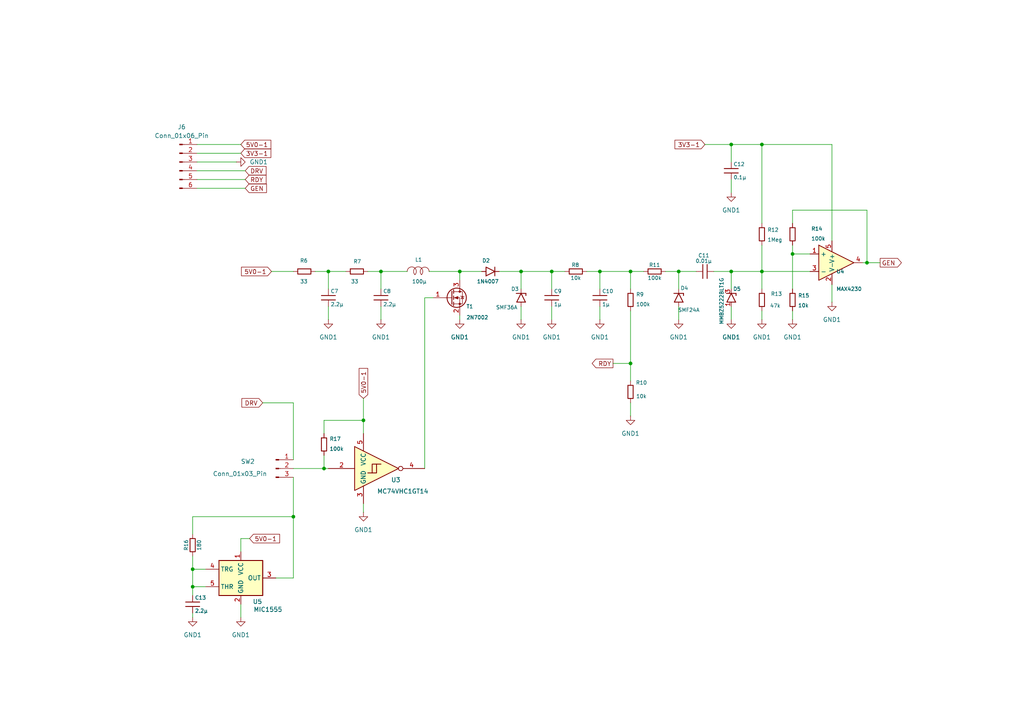
<source format=kicad_sch>
(kicad_sch (version 20231120) (generator "eeschema") (generator_version "8.0")
  (paper "A4")
  (lib_symbols
    (symbol "0805/R_1" (pin_numbers hide) (pin_names hide)
      (property "Reference" "R" (at 3.302 -3.81 0))
      (symbol "0805/R_1_0_1"
        (rectangle (start 0.508 -2.54) (end 2.032 -6.35) (stroke (width 0.254)))
      )
      (symbol "0805/R_1_1_1"
        (pin passive line (at 1.27 -1.27 270) (length 1.27) (name "~") (number "1"))
        (pin passive line (at 1.27 -7.62 90) (length 1.27) (name "~") (number "2"))
      )
    )
    (symbol "0805/R_2" (pin_numbers hide) (pin_names hide)
      (property "Reference" "R" (at 3.302 -3.81 0))
      (symbol "0805/R_2_0_1"
        (rectangle (start 0.508 -2.54) (end 2.032 -6.35) (stroke (width 0.254)))
      )
      (symbol "0805/R_2_1_1"
        (pin passive line (at 1.27 -1.27 270) (length 1.27) (name "~") (number "1"))
        (pin passive line (at 1.27 -7.62 90) (length 1.27) (name "~") (number "2"))
      )
    )
    (symbol "74xGxx:74AHC1G14"
      (property "Reference" "U" (at 0 3.81 0))
      (property "Value" "74AHC1G14" (at 0 -3.81 0))
      (symbol "74AHC1G14_0_1"
        (polyline (pts (xy -7.62 6.35) (xy -7.62 -6.35) (xy 5.08 0) (xy -7.62 6.35)) (stroke (width 0.254)) (fill (type background)))
      )
      (symbol "74AHC1G14_1_1"
        (polyline (pts (xy -3.81 -1.27) (xy -1.27 -1.27) (xy -1.27 1.27)) (stroke (width 0.254)))
        (polyline (pts (xy -2.54 -1.27) (xy -2.54 1.27) (xy 0 1.27)) (stroke (width 0.254)))
        (pin no_connect line (at -7.62 5.08 180) (length 5.08) hide (name "NC") (number "1"))
        (pin input line (at -15.24 0 0) (length 7.62) (name "~") (number "2"))
        (pin power_in line (at -5.08 -10.16 90) (length 5.08) (name "GND") (number "3"))
        (pin output inverted (at 12.7 0 180) (length 7.62) (name "~") (number "4"))
        (pin power_in line (at -5.08 10.16 270) (length 5.08) (name "VCC") (number "5"))
      )
    )
    (symbol "Connector:Conn_01x03_Pin" (pin_names (offset 1.016) hide)
      (property "Reference" "J" (at 0 5.08 0))
      (property "Value" "Conn_01x03_Pin" (at 0 -5.08 0))
      (symbol "Conn_01x03_Pin_1_1"
        (polyline (pts (xy 1.27 -2.54) (xy 0.8636 -2.54)) (stroke (width 0.1524)))
        (polyline (pts (xy 1.27 0) (xy 0.8636 0)) (stroke (width 0.1524)))
        (polyline (pts (xy 1.27 2.54) (xy 0.8636 2.54)) (stroke (width 0.1524)))
        (rectangle (start 0.8636 -2.413) (end 0 -2.667) (stroke (width 0.1524)) (fill (type outline)))
        (rectangle (start 0.8636 0.127) (end 0 -0.127) (stroke (width 0.1524)) (fill (type outline)))
        (rectangle (start 0.8636 2.667) (end 0 2.413) (stroke (width 0.1524)) (fill (type outline)))
        (pin passive line (at 5.08 2.54 180) (length 3.81) (name "Pin_1") (number "1"))
        (pin passive line (at 5.08 0 180) (length 3.81) (name "Pin_2") (number "2"))
        (pin passive line (at 5.08 -2.54 180) (length 3.81) (name "Pin_3") (number "3"))
      )
    )
    (symbol "Connector:Conn_01x06_Pin" (pin_names (offset 1.016) hide)
      (property "Reference" "J" (at 0 7.62 0))
      (property "Value" "Conn_01x06_Pin" (at 0 -10.16 0))
      (symbol "Conn_01x06_Pin_1_1"
        (polyline (pts (xy 1.27 -7.62) (xy 0.8636 -7.62)) (stroke (width 0.1524)))
        (polyline (pts (xy 1.27 -5.08) (xy 0.8636 -5.08)) (stroke (width 0.1524)))
        (polyline (pts (xy 1.27 -2.54) (xy 0.8636 -2.54)) (stroke (width 0.1524)))
        (polyline (pts (xy 1.27 0) (xy 0.8636 0)) (stroke (width 0.1524)))
        (polyline (pts (xy 1.27 2.54) (xy 0.8636 2.54)) (stroke (width 0.1524)))
        (polyline (pts (xy 1.27 5.08) (xy 0.8636 5.08)) (stroke (width 0.1524)))
        (rectangle (start 0.8636 -7.493) (end 0 -7.747) (stroke (width 0.1524)) (fill (type outline)))
        (rectangle (start 0.8636 -4.953) (end 0 -5.207) (stroke (width 0.1524)) (fill (type outline)))
        (rectangle (start 0.8636 -2.413) (end 0 -2.667) (stroke (width 0.1524)) (fill (type outline)))
        (rectangle (start 0.8636 0.127) (end 0 -0.127) (stroke (width 0.1524)) (fill (type outline)))
        (rectangle (start 0.8636 2.667) (end 0 2.413) (stroke (width 0.1524)) (fill (type outline)))
        (rectangle (start 0.8636 5.207) (end 0 4.953) (stroke (width 0.1524)) (fill (type outline)))
        (pin passive line (at 5.08 5.08 180) (length 3.81) (name "Pin_1") (number "1"))
        (pin passive line (at 5.08 2.54 180) (length 3.81) (name "Pin_2") (number "2"))
        (pin passive line (at 5.08 0 180) (length 3.81) (name "Pin_3") (number "3"))
        (pin passive line (at 5.08 -2.54 180) (length 3.81) (name "Pin_4") (number "4"))
        (pin passive line (at 5.08 -5.08 180) (length 3.81) (name "Pin_5") (number "5"))
        (pin passive line (at 5.08 -7.62 180) (length 3.81) (name "Pin_6") (number "6"))
      )
    )
    (symbol "SOD-123/Zener_1" (pin_numbers hide) (pin_names hide)
      (property "Reference" "D" (at 3.81 -1.27 0))
      (symbol "SOD-123/Zener_1_0_1"
        (polyline (pts (xy -0.127 -3.81) (xy 2.667 -3.81)) (stroke (width 0.254)))
        (polyline (pts (xy 0 -1.27) (xy 2.54 -1.27) (xy 1.27 -3.81) (xy 0 -1.27)) (stroke (width 0.254)))
      )
      (symbol "SOD-123/Zener_1_1_1"
        (polyline (pts (xy -0.127 -3.81) (xy -0.127 -3.175)) (stroke (width 0.254)))
        (pin passive line (at 1.27 -5.08 90) (length 1.27) (name "K") (number "1"))
        (pin passive line (at 1.27 0 270) (length 1.27) (name "A") (number "2"))
      )
    )
    (symbol "SOD-123/Zener_2" (pin_numbers hide) (pin_names hide)
      (property "Reference" "D" (at 3.81 -1.27 0))
      (symbol "SOD-123/Zener_2_0_1"
        (polyline (pts (xy -0.127 -3.81) (xy 2.667 -3.81)) (stroke (width 0.254)))
        (polyline (pts (xy 0 -1.27) (xy 2.54 -1.27) (xy 1.27 -3.81) (xy 0 -1.27)) (stroke (width 0.254)))
      )
      (symbol "SOD-123/Zener_2_1_1"
        (polyline (pts (xy -0.127 -3.81) (xy -0.127 -3.175)) (stroke (width 0.254)))
        (pin passive line (at 1.27 -5.08 90) (length 1.27) (name "K") (number "1"))
        (pin passive line (at 1.27 0 270) (length 1.27) (name "A") (number "2"))
      )
    )
    (symbol "Secoh:0805/C" (pin_numbers hide) (pin_names hide)
      (property "Reference" "C" (at 4.699 -1.651 0))
      (symbol "0805/C_1_1"
        (polyline (pts (xy -0.762 -3.175) (xy 3.302 -3.175)) (stroke (width 0.254)))
        (polyline (pts (xy -0.762 -1.905) (xy 3.302 -1.905)) (stroke (width 0.254)))
        (pin passive line (at 1.27 0 270) (length 1.778) (name "~") (number "1"))
        (pin passive line (at 1.27 -5.08 90) (length 1.778) (name "~") (number "2"))
      )
    )
    (symbol "Secoh:0805/R" (pin_numbers hide) (pin_names hide)
      (property "Reference" "R" (at 3.302 -3.81 0))
      (symbol "0805/R_0_1"
        (rectangle (start 0.508 -2.54) (end 2.032 -6.35) (stroke (width 0.254)))
      )
      (symbol "0805/R_1_1"
        (pin passive line (at 1.27 -1.27 270) (length 1.27) (name "~") (number "1"))
        (pin passive line (at 1.27 -7.62 90) (length 1.27) (name "~") (number "2"))
      )
    )
    (symbol "Secoh:OpAmp/MAX4230"
      (property "Reference" "U" (at 3.81 -5.08 0))
      (symbol "OpAmp/MAX4230_0_1"
        (polyline (pts (xy -3.81 5.08) (xy 6.35 0) (xy -3.81 -5.08) (xy -3.81 5.08)) (stroke (width 0.254)) (fill (type background)))
      )
      (symbol "OpAmp/MAX4230_1_1"
        (pin input line (at -6.35 2.54 0) (length 2.54) (name "+") (number "1"))
        (pin power_in line (at 0 -6.35 90) (length 3.175) (name "V-") (number "2"))
        (pin input line (at -6.35 -2.54 0) (length 2.54) (name "-") (number "3"))
        (pin output line (at 8.89 0 180) (length 2.54) (name "~") (number "4"))
        (pin power_in line (at 0 6.35 270) (length 3.175) (name "V+") (number "5"))
      )
    )
    (symbol "Secoh:SOD-123/Diode" (pin_numbers hide) (pin_names hide)
      (property "Reference" "D" (at 3.81 -1.27 0))
      (symbol "SOD-123/Diode_0_1"
        (polyline (pts (xy 0 -3.81) (xy 2.54 -3.81)) (stroke (width 0.254)))
        (polyline (pts (xy 0 -1.27) (xy 2.54 -1.27) (xy 1.27 -3.81) (xy 0 -1.27)) (stroke (width 0.254)))
      )
      (symbol "SOD-123/Diode_1_1"
        (pin passive line (at 1.27 -5.08 90) (length 1.27) (name "K") (number "1"))
        (pin passive line (at 1.27 0 270) (length 1.27) (name "A") (number "2"))
      )
    )
    (symbol "Secoh:SOD-123/Zener" (pin_names hide)
      (property "Reference" "D5" (at 1.905 -5.08 0))
      (property "Value" "1N750" (at -1.1938 -14.1224 0))
      (symbol "SOD-123/Zener_0_1"
        (polyline (pts (xy -0.127 -3.81) (xy 2.667 -3.81)) (stroke (width 0.254)))
        (polyline (pts (xy 0 -1.27) (xy 2.54 -1.27) (xy 1.27 -3.81) (xy 0 -1.27)) (stroke (width 0.254)))
      )
      (symbol "SOD-123/Zener_1_1"
        (polyline (pts (xy -0.127 -3.81) (xy -0.127 -3.175)) (stroke (width 0.254)))
        (pin passive line (at 1.27 0 270) (length 1.27) (name "A") (number "1"))
        (pin passive line (at 1.27 -5.08 90) (length 1.27) (name "K") (number "3"))
      )
    )
    (symbol "Secoh:Timer/MIC1555"
      (property "Reference" "U" (at 4.826 -8.89 0))
      (symbol "Timer/MIC1555_0_0"
        (pin power_in line (at 0 7.62 270) (length 2.54) (name "VCC") (number "1"))
        (pin power_in line (at 0 -7.62 90) (length 2.54) (name "GND") (number "2"))
      )
      (symbol "Timer/MIC1555_0_1"
        (rectangle (start -6.35 5.08) (end 6.35 -5.08) (stroke (width 0.254)) (fill (type background)))
        (rectangle (start -6.35 5.08) (end 6.35 -5.08) (stroke (width 0.254)) (fill (type background)))
      )
      (symbol "Timer/MIC1555_1_1"
        (pin output line (at 10.16 0 180) (length 3.81) (name "OUT") (number "3"))
        (pin input line (at -10.16 2.54 0) (length 3.81) (name "TRG") (number "4"))
        (pin input line (at -10.16 -2.54 0) (length 3.81) (name "THR") (number "5"))
      )
    )
    (symbol "Transistor_FET:2N7002" (pin_names hide)
      (property "Reference" "Q" (at 5.08 1.905 0))
      (property "Value" "2N7002" (at 5.08 0 0))
      (symbol "2N7002_0_1"
        (polyline (pts (xy 0.254 0) (xy -2.54 0)))
        (polyline (pts (xy 0.254 1.905) (xy 0.254 -1.905)) (stroke (width 0.254)))
        (polyline (pts (xy 0.762 -1.27) (xy 0.762 -2.286)) (stroke (width 0.254)))
        (polyline (pts (xy 0.762 0.508) (xy 0.762 -0.508)) (stroke (width 0.254)))
        (polyline (pts (xy 0.762 2.286) (xy 0.762 1.27)) (stroke (width 0.254)))
        (polyline (pts (xy 2.54 2.54) (xy 2.54 1.778)))
        (polyline (pts (xy 2.54 -2.54) (xy 2.54 0) (xy 0.762 0)))
        (polyline (pts (xy 0.762 -1.778) (xy 3.302 -1.778) (xy 3.302 1.778) (xy 0.762 1.778)))
        (polyline (pts (xy 1.016 0) (xy 2.032 0.381) (xy 2.032 -0.381) (xy 1.016 0)) (fill (type outline)))
        (polyline (pts (xy 2.794 0.508) (xy 2.921 0.381) (xy 3.683 0.381) (xy 3.81 0.254)))
        (polyline (pts (xy 3.302 0.381) (xy 2.921 -0.254) (xy 3.683 -0.254) (xy 3.302 0.381)))
        (circle (center 1.651 0) (radius 2.794) (stroke (width 0.254)))
        (circle (center 2.54 -1.778) (radius 0.254) (fill (type outline)))
        (circle (center 2.54 1.778) (radius 0.254) (fill (type outline)))
      )
      (symbol "2N7002_1_1"
        (pin input line (at -5.08 0 0) (length 2.54) (name "G") (number "1"))
        (pin passive line (at 2.54 -5.08 90) (length 2.54) (name "S") (number "2"))
        (pin passive line (at 2.54 5.08 270) (length 2.54) (name "D") (number "3"))
      )
    )
    (symbol "ltspice:ind" (pin_numbers hide)
      (symbol "ind_0_0"
        (arc (start 0.3302 -5.4102) (mid 2.6171 -4.436) (end 0.3302 -3.5052) (stroke (width 0.1524)))
        (arc (start 0.3302 -3.5052) (mid 2.518 -3.0472) (end 1.27 -1.27) (stroke (width 0.1524)))
        (arc (start 1.27 -7.62) (mid 2.4433 -5.864) (end 0.3302 -5.4102) (stroke (width 0.1524)))
        (pin passive line (at 1.27 -1.27 0) (length 0.0005) (name "") (number "1"))
        (pin passive line (at 1.27 -7.62 0) (length 0.0005) (name "") (number "2"))
      )
    )
    (symbol "power:GND1" (power) (pin_numbers hide) (pin_names (offset 0) hide)
      (property "Value" "GND1" (at 0 -3.81 0))
      (symbol "GND1_0_1"
        (polyline (pts (xy 0 0) (xy 0 -1.27) (xy 1.27 -1.27) (xy 0 -2.54) (xy -1.27 -1.27) (xy 0 -1.27)))
      )
      (symbol "GND1_1_1"
        (pin power_in line (at 0 0 270) (length 0) (name "~") (number "1"))
      )
    )
  )
  (junction (at 220.98 41.91))
  (junction (at 95.25 78.74))
  (junction (at 133.35 78.74))
  (junction (at 55.88 170.18))
  (junction (at 151.13 78.74))
  (junction (at 85.09 149.86))
  (junction (at 173.99 78.74))
  (junction (at 105.41 121.92))
  (junction (at 182.88 78.74))
  (junction (at 196.85 78.74))
  (junction (at 93.98 135.89))
  (junction (at 55.88 165.1))
  (junction (at 160.02 78.74))
  (junction (at 212.09 78.74))
  (junction (at 212.09 41.91))
  (junction (at 110.49 78.74))
  (junction (at 220.98 78.74))
  (junction (at 251.46 76.2))
  (junction (at 182.88 105.41))
  (junction (at 229.87 73.66))
  (wire (pts (xy 201.93 78.74) (xy 196.85 78.74)) (stroke (width 0.1524)))
  (wire (pts (xy 173.99 83.82) (xy 173.99 78.74)) (stroke (width 0.1524)))
  (wire (pts (xy 212.09 92.71) (xy 212.09 88.9)) (stroke (width 0.1524)))
  (wire (pts (xy 182.88 110.49) (xy 182.88 105.41)) (stroke (width 0.1524)))
  (wire (pts (xy 196.85 78.74) (xy 193.04 78.74)) (stroke (width 0.1524)))
  (wire (pts (xy 93.98 121.92) (xy 105.41 121.92)))
  (wire (pts (xy 105.41 146.05) (xy 105.41 148.59)))
  (wire (pts (xy 251.46 76.2) (xy 250.19 76.2)) (stroke (width 0.1524)))
  (wire (pts (xy 72.39 156.21) (xy 69.85 156.21)))
  (wire (pts (xy 57.15 44.45) (xy 69.85 44.45)))
  (wire (pts (xy 220.98 92.71) (xy 220.98 90.17)) (stroke (width 0.1524)))
  (wire (pts (xy 69.85 156.21) (xy 69.85 160.02)))
  (wire (pts (xy 125.73 86.36) (xy 123.19 86.36)))
  (wire (pts (xy 78.74 78.74) (xy 85.09 78.74)))
  (wire (pts (xy 95.25 135.89) (xy 93.98 135.89)))
  (wire (pts (xy 151.13 88.9) (xy 151.13 92.71)) (stroke (width 0.1524)))
  (wire (pts (xy 85.09 135.89) (xy 93.98 135.89)))
  (wire (pts (xy 182.88 83.82) (xy 182.88 78.74)) (stroke (width 0.1524)))
  (wire (pts (xy 95.25 83.82) (xy 95.25 78.74)) (stroke (width 0.1524)))
  (wire (pts (xy 57.15 54.61) (xy 71.12 54.61)))
  (wire (pts (xy 85.09 116.84) (xy 76.2 116.84)))
  (wire (pts (xy 123.19 86.36) (xy 123.19 135.89)))
  (wire (pts (xy 85.09 149.86) (xy 85.09 167.64)))
  (wire (pts (xy 55.88 154.94) (xy 55.88 149.86)))
  (wire (pts (xy 124.46 78.74) (xy 133.35 78.74)) (stroke (width 0.1524)))
  (wire (pts (xy 229.87 60.96) (xy 251.46 60.96)) (stroke (width 0.1524)))
  (wire (pts (xy 105.41 115.57) (xy 105.41 121.92)))
  (wire (pts (xy 212.09 83.82) (xy 212.09 78.74)) (stroke (width 0.1524)))
  (wire (pts (xy 69.85 175.26) (xy 69.85 179.07)))
  (wire (pts (xy 173.99 92.71) (xy 173.99 88.9)) (stroke (width 0.1524)))
  (wire (pts (xy 220.98 78.74) (xy 220.98 71.12)) (stroke (width 0.1524)))
  (wire (pts (xy 234.95 78.74) (xy 220.98 78.74)) (stroke (width 0.1524)))
  (wire (pts (xy 95.25 78.74) (xy 91.44 78.74)) (stroke (width 0.1524)))
  (wire (pts (xy 186.69 78.74) (xy 182.88 78.74)) (stroke (width 0.1524)))
  (wire (pts (xy 160.02 78.74) (xy 151.13 78.74)) (stroke (width 0.1524)))
  (wire (pts (xy 55.88 170.18) (xy 55.88 172.72)))
  (wire (pts (xy 55.88 149.86) (xy 85.09 149.86)))
  (wire (pts (xy 57.15 49.53) (xy 71.12 49.53)))
  (wire (pts (xy 220.98 78.74) (xy 212.09 78.74)) (stroke (width 0.1524)))
  (wire (pts (xy 57.15 46.99) (xy 68.58 46.99)))
  (wire (pts (xy 59.69 170.18) (xy 55.88 170.18)))
  (wire (pts (xy 220.98 64.77) (xy 220.98 41.91)) (stroke (width 0.1524)))
  (wire (pts (xy 173.99 78.74) (xy 170.18 78.74)) (stroke (width 0.1524)))
  (wire (pts (xy 196.85 92.71) (xy 196.85 88.9)) (stroke (width 0.1524)))
  (wire (pts (xy 55.88 161.29) (xy 55.88 165.1)))
  (wire (pts (xy 110.49 83.82) (xy 110.49 78.74)) (stroke (width 0.1524)))
  (wire (pts (xy 212.09 78.74) (xy 207.01 78.74)) (stroke (width 0.1524)))
  (wire (pts (xy 144.78 78.74) (xy 151.13 78.74)) (stroke (width 0.1524)))
  (wire (pts (xy 80.01 167.64) (xy 85.09 167.64)))
  (wire (pts (xy 220.98 41.91) (xy 212.09 41.91)) (stroke (width 0.1524)))
  (wire (pts (xy 229.87 73.66) (xy 229.87 83.82)) (stroke (width 0.1524)))
  (wire (pts (xy 110.49 78.74) (xy 118.11 78.74)) (stroke (width 0.1524)))
  (wire (pts (xy 93.98 135.89) (xy 93.98 132.08)))
  (wire (pts (xy 85.09 133.35) (xy 85.09 116.84)))
  (wire (pts (xy 182.88 105.41) (xy 177.8 105.41)) (stroke (width 0.1524)))
  (wire (pts (xy 55.88 170.18) (xy 55.88 165.1)))
  (wire (pts (xy 160.02 92.71) (xy 160.02 88.9)) (stroke (width 0.1524)))
  (wire (pts (xy 212.09 55.88) (xy 212.09 52.07)) (stroke (width 0.1524)))
  (wire (pts (xy 85.09 149.86) (xy 85.09 138.43)))
  (wire (pts (xy 93.98 125.73) (xy 93.98 121.92)))
  (wire (pts (xy 212.09 41.91) (xy 204.47 41.91)) (stroke (width 0.1524)))
  (wire (pts (xy 106.68 78.74) (xy 110.49 78.74)) (stroke (width 0.1524)))
  (wire (pts (xy 241.3 41.91) (xy 241.3 69.85)) (stroke (width 0.1524)))
  (wire (pts (xy 163.83 78.74) (xy 160.02 78.74)) (stroke (width 0.1524)))
  (wire (pts (xy 255.27 76.2) (xy 251.46 76.2)) (stroke (width 0.1524)))
  (wire (pts (xy 220.98 83.82) (xy 220.98 78.74)) (stroke (width 0.1524)))
  (wire (pts (xy 105.41 121.92) (xy 105.41 125.73)))
  (wire (pts (xy 229.87 71.12) (xy 229.87 73.66)) (stroke (width 0.1524)))
  (wire (pts (xy 100.33 78.74) (xy 95.25 78.74)) (stroke (width 0.1524)))
  (wire (pts (xy 57.15 41.91) (xy 69.85 41.91)))
  (wire (pts (xy 151.13 83.82) (xy 151.13 78.74)) (stroke (width 0.1524)))
  (wire (pts (xy 182.88 78.74) (xy 173.99 78.74)) (stroke (width 0.1524)))
  (wire (pts (xy 229.87 92.71) (xy 229.87 90.17)) (stroke (width 0.1524)))
  (wire (pts (xy 160.02 83.82) (xy 160.02 78.74)) (stroke (width 0.1524)))
  (wire (pts (xy 55.88 177.8) (xy 55.88 179.07)))
  (wire (pts (xy 110.49 92.71) (xy 110.49 88.9)) (stroke (width 0.1524)))
  (wire (pts (xy 55.88 165.1) (xy 59.69 165.1)))
  (wire (pts (xy 133.35 78.74) (xy 133.35 81.28)))
  (wire (pts (xy 133.35 91.44) (xy 133.35 92.71)))
  (wire (pts (xy 229.87 60.96) (xy 229.87 64.77)) (stroke (width 0.1524)))
  (wire (pts (xy 182.88 105.41) (xy 182.88 90.17)) (stroke (width 0.1524)))
  (wire (pts (xy 212.09 46.99) (xy 212.09 41.91)) (stroke (width 0.1524)))
  (wire (pts (xy 220.98 41.91) (xy 241.3 41.91)) (stroke (width 0.1524)))
  (wire (pts (xy 241.3 82.55) (xy 241.3 87.63)))
  (wire (pts (xy 229.87 73.66) (xy 234.95 73.66)))
  (wire (pts (xy 182.88 120.65) (xy 182.88 116.84)) (stroke (width 0.1524)))
  (wire (pts (xy 95.25 92.71) (xy 95.25 88.9)) (stroke (width 0.1524)))
  (wire (pts (xy 133.35 78.74) (xy 139.7 78.74)) (stroke (width 0.1524)))
  (wire (pts (xy 196.85 83.82) (xy 196.85 78.74)) (stroke (width 0.1524)))
  (wire (pts (xy 57.15 52.07) (xy 71.12 52.07)))
  (wire (pts (xy 251.46 60.96) (xy 251.46 76.2)) (stroke (width 0.1524)))
  (global_label "RDY" (shape input) (at 71.12 52.07 0) (property "Intersheetrefs" "${INTERSHEET_REFS}" (effects (hide yes))))
  (global_label "3V3-1" (shape input) (at 204.47 41.91 180) (property "Intersheetrefs" "${INTERSHEET_REFS}" (effects (hide yes))))
  (global_label "5V0-1" (shape input) (at 69.85 41.91 0) (property "Intersheetrefs" "${INTERSHEET_REFS}" (effects (hide yes))))
  (global_label "GEN" (shape output) (at 255.27 76.2 0) (property "Intersheetrefs" "${INTERSHEET_REFS}" (effects (hide yes))))
  (global_label "RDY" (shape output) (at 177.8 105.41 180) (property "Intersheetrefs" "${INTERSHEET_REFS}" (effects (hide yes))))
  (global_label "DRV" (shape input) (at 76.2 116.84 180) (property "Intersheetrefs" "${INTERSHEET_REFS}" (effects (hide yes))))
  (global_label "5V0-1" (shape input) (at 105.41 115.57 90) (property "Intersheetrefs" "${INTERSHEET_REFS}" (effects (hide yes))))
  (global_label "DRV" (shape input) (at 71.12 49.53 0) (property "Intersheetrefs" "${INTERSHEET_REFS}" (effects (hide yes))))
  (global_label "GEN" (shape input) (at 71.12 54.61 0) (property "Intersheetrefs" "${INTERSHEET_REFS}" (effects (hide yes))))
  (global_label "3V3-1" (shape input) (at 69.85 44.45 0) (property "Intersheetrefs" "${INTERSHEET_REFS}" (effects (hide yes))))
  (global_label "5V0-1" (shape input) (at 78.74 78.74 180) (property "Intersheetrefs" "${INTERSHEET_REFS}" (effects (hide yes))))
  (global_label "5V0-1" (shape input) (at 72.39 156.21 0) (property "Intersheetrefs" "${INTERSHEET_REFS}" (effects (hide yes))))
  (symbol (lib_id "Secoh:0805/C") (at 54.61 172.72 0) (unit 1)
    (property "Reference" "C13" (at 56.515 173.355 0) (effects (font (size 1.0668 1.0668)) (justify left)))
    (property "Value" "2.2µ" (at 56.515 177.165 0) (effects (font (size 1.0668 1.0668)) (justify left)))
    (property "Footprint" "Capacitor_SMD:C_0805_2012Metric_Pad1.18x1.45mm_HandSolder" (effects (hide yes)))
    (property "Sim.Device" "C" (effects (hide yes)))
    (property "Sim.Params" "C=${VALUE}" (effects (hide yes)))
  )
  (symbol (lib_id "Secoh:0805/R") (at 222.25 91.44 180) (unit 1)
    (property "Reference" "R13" (at 226.8474 85.2424 0) (effects (font (size 1.0668 1.0668)) (justify left)))
    (property "Value" "47k" (at 226.3902 88.6714 0) (effects (font (size 1.0668 1.0668)) (justify left)))
    (property "Footprint" "Resistor_SMD:R_0805_2012Metric_Pad1.20x1.40mm_HandSolder" (effects (hide yes)))
    (property "Sim.Device" "R" (effects (hide yes)))
    (property "Sim.Params" "R=${VALUE}" (effects (hide yes)))
  )
  (symbol (lib_id "power:GND1") (at 55.88 179.07 0) (unit 1)
    (property "Reference" "#PWR032" (effects (hide yes)))
    (property "Value" "GND1" (at 55.88 184.15 0))
    (property "Description" "Power symbol creates a global label with name \"GND1\" , ground" (effects (hide yes)))
  )
  (symbol (lib_name "0805/R_1") (lib_id "Secoh:0805/R") (at 171.45 77.47 270) (unit 1)
    (property "Reference" "R8" (at 166.878 77.47 90) (effects (font (size 1.0668 1.0668)) (justify bottom)))
    (property "Value" "10k" (at 167.005 80.01 90) (effects (font (size 1.0668 1.0668)) (justify top)))
    (property "Footprint" "Resistor_SMD:R_0805_2012Metric_Pad1.20x1.40mm_HandSolder" (effects (hide yes)))
    (property "Sim.Device" "R" (effects (hide yes)))
    (property "Sim.Params" "R=${VALUE}" (effects (hide yes)))
  )
  (symbol (lib_id "Connector:Conn_01x06_Pin") (at 52.07 46.99 0) (unit 1)
    (property "Reference" "J6" (at 52.705 36.83 0))
    (property "Value" "Conn_01x06_Pin" (at 52.705 39.37 0))
    (property "Footprint" "Connector_PinHeader_2.54mm:PinHeader_1x06_P2.54mm_Vertical" (effects (hide yes)))
    (property "Description" "Generic connector, single row, 01x06, script generated" (effects (hide yes)))
  )
  (symbol (lib_id "power:GND1") (at 68.58 46.99 90) (unit 1)
    (property "Reference" "#PWR033" (effects (hide yes)))
    (property "Value" "GND1" (at 72.39 46.9899 90) (effects (justify right)))
    (property "Description" "Power symbol creates a global label with name \"GND1\" , ground" (effects (hide yes)))
  )
  (symbol (lib_id "power:GND1") (at 220.98 92.71 0) (unit 1)
    (property "Reference" "#PWR026" (effects (hide yes)))
    (property "Value" "GND1" (at 220.98 97.79 0))
    (property "Description" "Power symbol creates a global label with name \"GND1\" , ground" (effects (hide yes)))
  )
  (symbol (lib_id "Secoh:0805/R") (at 194.31 80.01 270) (mirror x) (unit 1)
    (property "Reference" "R11" (at 189.865 77.47 90) (effects (font (size 1.0668 1.0668)) (justify top)))
    (property "Value" "100k" (at 189.865 80.01 90) (effects (font (size 1.0668 1.0668)) (justify bottom)))
    (property "Footprint" "Resistor_SMD:R_0805_2012Metric_Pad1.20x1.40mm_HandSolder" (effects (hide yes)))
    (property "Sim.Device" "R" (effects (hide yes)))
    (property "Sim.Params" "R=${VALUE}" (effects (hide yes)))
  )
  (symbol (lib_id "power:GND1") (at 160.02 92.71 0) (unit 1)
    (property "Reference" "#PWR021" (effects (hide yes)))
    (property "Value" "GND1" (at 160.02 97.79 0))
    (property "Description" "Power symbol creates a global label with name \"GND1\" , ground" (effects (hide yes)))
  )
  (symbol (lib_id "Secoh:0805/C") (at 207.01 77.47 270) (unit 1)
    (property "Reference" "C11" (at 204.1398 74.7014 90) (effects (font (size 1.0668 1.0668)) (justify bottom)))
    (property "Value" "0.01µ" (at 204.1398 75.0824 90) (effects (font (size 1.0668 1.0668)) (justify top)))
    (property "Footprint" "Capacitor_SMD:C_0805_2012Metric_Pad1.18x1.45mm_HandSolder" (effects (hide yes)))
    (property "Sim.Device" "C" (effects (hide yes)))
    (property "Sim.Params" "C=${VALUE}" (effects (hide yes)))
  )
  (symbol (lib_id "power:GND1") (at 182.88 120.65 0) (unit 1)
    (property "Reference" "#PWR024" (effects (hide yes)))
    (property "Value" "GND1" (at 182.88 125.73 0))
    (property "Description" "Power symbol creates a global label with name \"GND1\" , ground" (effects (hide yes)))
  )
  (symbol (lib_id "Secoh:0805/C") (at 158.75 83.82 0) (unit 1)
    (property "Reference" "C9" (at 160.655 84.455 0) (effects (font (size 1.0668 1.0668)) (justify left)))
    (property "Value" "1µ" (at 160.655 88.265 0) (effects (font (size 1.0668 1.0668)) (justify left)))
    (property "Footprint" "Capacitor_SMD:C_0805_2012Metric_Pad1.18x1.45mm_HandSolder" (effects (hide yes)))
    (property "Sim.Device" "C" (effects (hide yes)))
    (property "Sim.Params" "C=${VALUE}" (effects (hide yes)))
  )
  (symbol (lib_id "power:GND1") (at 229.87 92.71 0) (unit 1)
    (property "Reference" "#PWR027" (effects (hide yes)))
    (property "Value" "GND1" (at 229.87 97.79 0))
    (property "Description" "Power symbol creates a global label with name \"GND1\" , ground" (effects (hide yes)))
  )
  (symbol (lib_id "power:GND1") (at 95.25 92.71 0) (unit 1)
    (property "Reference" "#PWR017" (effects (hide yes)))
    (property "Value" "GND1" (at 95.25 97.79 0))
    (property "Description" "Power symbol creates a global label with name \"GND1\" , ground" (effects (hide yes)))
  )
  (symbol (lib_id "Secoh:0805/C") (at 210.82 46.99 0) (unit 1)
    (property "Reference" "C12" (at 212.725 47.625 0) (effects (font (size 1.0668 1.0668)) (justify left)))
    (property "Value" "0.1µ" (at 212.725 51.435 0) (effects (font (size 1.0668 1.0668)) (justify left)))
    (property "Footprint" "Capacitor_SMD:C_0805_2012Metric_Pad1.18x1.45mm_HandSolder" (effects (hide yes)))
    (property "Sim.Device" "C" (effects (hide yes)))
    (property "Sim.Params" "C=${VALUE}" (effects (hide yes)))
  )
  (symbol (lib_id "Connector:Conn_01x03_Pin") (at 80.01 135.89 0) (unit 1)
    (property "Reference" "SW2" (at 71.882 133.858 0))
    (property "Value" "Conn_01x03_Pin" (at 69.596 137.414 0))
    (property "Footprint" "Connector_PinHeader_2.54mm:PinHeader_1x03_P2.54mm_Vertical" (effects (hide yes)))
    (property "Description" "Generic connector, single row, 01x03, script generated" (effects (hide yes)))
  )
  (symbol (lib_id "Secoh:Timer/MIC1555") (at 69.85 167.64 0) (unit 1)
    (property "Reference" "U5" (at 74.676 174.498 0))
    (property "Value" "MIC1555" (at 77.724 176.784 0))
    (property "Footprint" "Package_TO_SOT_SMD:SOT-23-5_HandSoldering" (effects (hide yes)))
  )
  (symbol (lib_id "power:GND1") (at 173.99 92.71 0) (unit 1)
    (property "Reference" "#PWR022" (effects (hide yes)))
    (property "Value" "GND1" (at 173.99 97.79 0))
    (property "Description" "Power symbol creates a global label with name \"GND1\" , ground" (effects (hide yes)))
  )
  (symbol (lib_name "SOD-123/Zener_1") (lib_id "Secoh:SOD-123/Zener") (at 152.4 88.9 180) (unit 1)
    (property "Reference" "D3" (at 150.495 83.82 0) (effects (font (size 1.0668 1.0668)) (justify left)))
    (property "Value" "SMF36A" (at 150.114 89.154 0) (effects (font (size 1.0668 1.0668)) (justify left)))
    (property "Footprint" "Secoh:D_SOD-123F_hand_soldering" (effects (hide yes)))
    (property "Sim.Device" "SPICE" (effects (hide yes)))
    (property "Sim.Params" "model=\"BZX84B36VLY\"" (effects (hide yes)))
  )
  (symbol (lib_id "Secoh:OpAmp/MAX4230") (at 241.3 76.2 0) (unit 1)
    (property "Reference" "U4" (at 242.57 78.74 0) (effects (font (size 1.0668 1.0668)) (justify left)))
    (property "Value" "MAX4230" (at 242.57 83.82 0) (effects (font (size 1.0668 1.0668)) (justify left)))
    (property "Footprint" "Package_TO_SOT_SMD:SOT-23-5_HandSoldering" (effects (hide yes)))
    (property "Value2" "MAX4230" (effects (hide yes)))
    (property "Sim.Device" "SUBCKT" (effects (hide yes)))
    (property "Sim.Params" "model=\"MAX4230\"" (effects (hide yes)))
  )
  (symbol (lib_id "Secoh:0805/R") (at 181.61 118.11 0) (mirror x) (unit 1)
    (property "Reference" "R10" (at 184.404 110.998 0) (effects (font (size 1.0668 1.0668)) (justify left)))
    (property "Value" "10k" (at 184.4802 114.935 0) (effects (font (size 1.0668 1.0668)) (justify left)))
    (property "Footprint" "Resistor_SMD:R_0805_2012Metric_Pad1.20x1.40mm_HandSolder" (effects (hide yes)))
    (property "Sim.Device" "R" (effects (hide yes)))
    (property "Sim.Params" "R=${VALUE}" (effects (hide yes)))
  )
  (symbol (lib_id "Transistor_FET:2N7002") (at 130.81 86.36 0) (unit 1)
    (property "Reference" "T1" (at 135.255 88.9 0) (effects (font (size 1.0668 1.0668)) (justify left)))
    (property "Value" "2N7002" (at 135.255 92.075 0) (effects (font (size 1.0668 1.0668)) (justify left)))
    (property "Footprint" "Package_TO_SOT_SMD:SOT-23_Handsoldering" (effects (hide yes)))
    (property "Datasheet" "https://www.onsemi.com/pub/Collateral/NDS7002A-D.PDF" (effects (hide yes)))
    (property "Description" "0.115A Id, 60V Vds, N-Channel MOSFET, SOT-23" (effects (hide yes)))
    (property "Sim.Device" "SPICE" (effects (hide yes)))
    (property "Sim.Params" "model=\"2N7002\"" (effects (hide yes)))
  )
  (symbol (lib_id "power:GND1") (at 105.41 148.59 0) (unit 1)
    (property "Reference" "#PWR030" (effects (hide yes)))
    (property "Value" "GND1" (at 105.41 153.67 0))
    (property "Description" "Power symbol creates a global label with name \"GND1\" , ground" (effects (hide yes)))
  )
  (symbol (lib_id "Secoh:0805/R") (at 92.71 133.35 0) (mirror x) (unit 1)
    (property "Reference" "R17" (at 95.5802 127.3048 0) (effects (font (size 1.0668 1.0668)) (justify left)))
    (property "Value" "100k" (at 95.5802 130.175 0) (effects (font (size 1.0668 1.0668)) (justify left)))
    (property "Footprint" "Resistor_SMD:R_0805_2012Metric_Pad1.20x1.40mm_HandSolder" (effects (hide yes)))
    (property "Sim.Device" "R" (effects (hide yes)))
    (property "Sim.Params" "R=${VALUE}" (effects (hide yes)))
  )
  (symbol (lib_name "0805/R_2") (lib_id "Secoh:0805/R") (at 92.71 77.47 270) (unit 1)
    (property "Reference" "R6" (at 88.138 76.2 90) (effects (font (size 1.0668 1.0668)) (justify bottom)))
    (property "Value" "33" (at 88.138 81.026 90) (effects (font (size 1.0668 1.0668)) (justify top)))
    (property "Footprint" "Resistor_SMD:R_0805_2012Metric_Pad1.20x1.40mm_HandSolder" (effects (hide yes)))
    (property "Description" "Resistor" (effects (hide yes)))
    (property "Sim.Device" "R" (effects (hide yes)))
    (property "Sim.Params" "R=${VALUE}" (effects (hide yes)))
  )
  (symbol (lib_id "power:GND1") (at 212.09 55.88 0) (unit 1)
    (property "Reference" "#PWR029" (effects (hide yes)))
    (property "Value" "GND1" (at 212.09 60.96 0))
    (property "Description" "Power symbol creates a global label with name \"GND1\" , ground" (effects (hide yes)))
  )
  (symbol (lib_id "power:GND1") (at 69.85 179.07 0) (unit 1)
    (property "Reference" "#PWR031" (effects (hide yes)))
    (property "Value" "GND1" (at 69.85 184.15 0))
    (property "Description" "Power symbol creates a global label with name \"GND1\" , ground" (effects (hide yes)))
  )
  (symbol (lib_id "Secoh:0805/R") (at 219.71 63.5 0) (unit 1)
    (property "Reference" "R12" (at 222.5802 66.675 0) (effects (font (size 1.0668 1.0668)) (justify left)))
    (property "Value" "1Meg" (at 222.5802 69.5452 0) (effects (font (size 1.0668 1.0668)) (justify left)))
    (property "Footprint" "Resistor_SMD:R_0805_2012Metric_Pad1.20x1.40mm_HandSolder" (effects (hide yes)))
    (property "Sim.Device" "R" (effects (hide yes)))
    (property "Sim.Params" "R=${VALUE}" (effects (hide yes)))
  )
  (symbol (lib_id "Secoh:0805/R") (at 181.61 91.44 0) (mirror x) (unit 1)
    (property "Reference" "R9" (at 184.4802 85.3948 0) (effects (font (size 1.0668 1.0668)) (justify left)))
    (property "Value" "100k" (at 184.4802 88.265 0) (effects (font (size 1.0668 1.0668)) (justify left)))
    (property "Footprint" "Resistor_SMD:R_0805_2012Metric_Pad1.20x1.40mm_HandSolder" (effects (hide yes)))
    (property "Sim.Device" "R" (effects (hide yes)))
    (property "Sim.Params" "R=${VALUE}" (effects (hide yes)))
  )
  (symbol (lib_id "Secoh:0805/R") (at 54.61 153.67 0) (unit 1)
    (property "Reference" "R16" (at 54.61 158.115 90) (effects (font (size 1.0668 1.0668)) (justify bottom)))
    (property "Value" "180" (at 57.15 158.115 90) (effects (font (size 1.0668 1.0668)) (justify top)))
    (property "Footprint" "Resistor_SMD:R_0805_2012Metric_Pad1.20x1.40mm_HandSolder" (effects (hide yes)))
    (property "Sim.Device" "R" (effects (hide yes)))
    (property "Sim.Params" "R=${VALUE}" (effects (hide yes)))
  )
  (symbol (lib_id "Secoh:0805/R") (at 107.95 77.47 270) (unit 1)
    (property "Reference" "R7" (at 103.632 76.454 90) (effects (font (size 1.0668 1.0668)) (justify bottom)))
    (property "Value" "33" (at 102.87 81.026 90) (effects (font (size 1.0668 1.0668)) (justify top)))
    (property "Footprint" "Resistor_SMD:R_0805_2012Metric_Pad1.20x1.40mm_HandSolder" (effects (hide yes)))
    (property "Description" "Resistor, small symbol" (effects (hide yes)))
    (property "Sim.Device" "R" (effects (hide yes)))
    (property "Sim.Params" "R=${VALUE}" (effects (hide yes)))
  )
  (symbol (lib_id "power:GND1") (at 212.09 92.71 0) (unit 1)
    (property "Reference" "#PWR025" (effects (hide yes)))
    (property "Value" "GND1" (at 212.09 97.79 0))
    (property "Description" "Power symbol creates a global label with name \"GND1\" , ground" (effects (hide yes)))
  )
  (symbol (lib_id "Secoh:SOD-123/Diode") (at 139.7 80.01 90) (unit 1)
    (property "Reference" "D2" (at 140.97 76.2 90) (effects (font (size 1.0668 1.0668)) (justify top)))
    (property "Value" "1N4007" (at 141.478 81.026 90) (effects (font (size 1.0668 1.0668)) (justify bottom)))
    (property "Footprint" "Secoh:D_SOD-123F_hand_soldering" (effects (hide yes)))
    (property "Description" "Diode" (effects (hide yes)))
    (property "Sim.Device" "D" (effects (hide yes)))
    (property "Sim.Params" "model=\"D\"" (effects (hide yes)))
    (property "Sim.Pins" "1=K 2=A" (effects (hide yes)))
  )
  (symbol (lib_id "power:GND1") (at 196.85 92.71 0) (unit 1)
    (property "Reference" "#PWR023" (effects (hide yes)))
    (property "Value" "GND1" (at 196.85 97.79 0))
    (property "Description" "Power symbol creates a global label with name \"GND1\" , ground" (effects (hide yes)))
  )
  (symbol (lib_id "power:GND1") (at 241.3 87.63 0) (unit 1)
    (property "Reference" "#PWR028" (effects (hide yes)))
    (property "Value" "GND1" (at 241.3 92.71 0))
    (property "Description" "Power symbol creates a global label with name \"GND1\" , ground" (effects (hide yes)))
  )
  (symbol (lib_id "Secoh:0805/C") (at 172.72 83.82 0) (unit 1)
    (property "Reference" "C10" (at 174.625 84.455 0) (effects (font (size 1.0668 1.0668)) (justify left)))
    (property "Value" "1µ" (at 174.625 88.265 0) (effects (font (size 1.0668 1.0668)) (justify left)))
    (property "Footprint" "Capacitor_SMD:C_0805_2012Metric_Pad1.18x1.45mm_HandSolder" (effects (hide yes)))
    (property "Sim.Device" "C" (effects (hide yes)))
    (property "Sim.Params" "C=${VALUE}" (effects (hide yes)))
  )
  (symbol (lib_id "power:GND1") (at 133.35 92.71 0) (unit 1)
    (property "Reference" "#PWR019" (effects (hide yes)))
    (property "Value" "GND1" (at 133.35 97.79 0))
    (property "Description" "Power symbol creates a global label with name \"GND1\" , ground" (effects (hide yes)))
  )
  (symbol (lib_name "SOD-123/Zener_2") (lib_id "Secoh:SOD-123/Zener") (at 198.12 88.9 180) (unit 1)
    (property "Reference" "D4" (at 199.644 83.566 0) (effects (font (size 1.0668 1.0668)) (justify left)))
    (property "Value" "SMF24A" (at 202.946 89.916 0) (effects (font (size 1.0668 1.0668)) (justify left)))
    (property "Footprint" "Secoh:D_SOD-123F_hand_soldering" (effects (hide yes)))
    (property "Sim.Device" "SPICE" (effects (hide yes)))
    (property "Sim.Params" "model=\"MMBZ24VALY\"" (effects (hide yes)))
  )
  (symbol (lib_id "Secoh:0805/R") (at 228.6 82.55 0) (unit 1)
    (property "Reference" "R15" (at 231.4702 85.725 0) (effects (font (size 1.0668 1.0668)) (justify left)))
    (property "Value" "10k" (at 231.4702 88.5952 0) (effects (font (size 1.0668 1.0668)) (justify left)))
    (property "Footprint" "Resistor_SMD:R_0805_2012Metric_Pad1.20x1.40mm_HandSolder" (effects (hide yes)))
    (property "Sim.Device" "R" (effects (hide yes)))
    (property "Sim.Params" "R=${VALUE}" (effects (hide yes)))
  )
  (symbol (lib_id "Secoh:0805/R") (at 228.6 72.39 0) (mirror x) (unit 1)
    (property "Reference" "R14" (at 235.2802 66.3448 0) (effects (font (size 1.0668 1.0668)) (justify left)))
    (property "Value" "100k" (at 235.2802 69.215 0) (effects (font (size 1.0668 1.0668)) (justify left)))
    (property "Footprint" "Resistor_SMD:R_0805_2012Metric_Pad1.20x1.40mm_HandSolder" (effects (hide yes)))
    (property "Sim.Device" "R" (effects (hide yes)))
    (property "Sim.Params" "R=${VALUE}" (effects (hide yes)))
  )
  (symbol (lib_id "power:GND1") (at 110.49 92.71 0) (unit 1)
    (property "Reference" "#PWR018" (effects (hide yes)))
    (property "Value" "GND1" (at 110.49 97.79 0))
    (property "Description" "Power symbol creates a global label with name \"GND1\" , ground" (effects (hide yes)))
  )
  (symbol (lib_id "74xGxx:74AHC1G14") (at 110.49 135.89 0) (unit 1)
    (property "Reference" "U3" (at 114.808 139.192 0))
    (property "Value" "MC74VHC1GT14" (at 116.84 142.494 0))
    (property "Footprint" "Package_TO_SOT_SMD:SOT-23-5_HandSoldering" (effects (hide yes)))
    (property "Datasheet" "https://www.ti.com/lit/ds/symlink/sn74lvc1g14.pdf" (effects (hide yes)))
    (property "Description" "Single Schmitt NOT Gate, Low-Voltage CMOS" (effects (hide yes)))
  )
  (symbol (lib_id "ltspice:ind") (at 116.84 80.01 90) (unit 1)
    (property "Reference" "L1" (at 121.412 75.946 90) (effects (font (size 1.0668 1.0668)) (justify top)))
    (property "Value" "100µ" (at 121.666 81.026 90) (effects (font (size 1.0668 1.0668)) (justify bottom)))
    (property "Footprint" "Inductor_SMD:L_0805_2012Metric_Pad1.05x1.20mm_HandSolder" (effects (hide yes)))
    (property "Sim.Device" "L" (effects (hide yes)))
    (property "Sim.Params" "L=${VALUE}" (effects (hide yes)))
  )
  (symbol (lib_id "power:GND1") (at 151.13 92.71 0) (unit 1)
    (property "Reference" "#PWR020" (effects (hide yes)))
    (property "Value" "GND1" (at 151.13 97.79 0))
    (property "Description" "Power symbol creates a global label with name \"GND1\" , ground" (effects (hide yes)))
  )
  (symbol (lib_id "Secoh:0805/C") (at 93.98 83.82 0) (unit 1)
    (property "Reference" "C7" (at 95.885 84.455 0) (effects (font (size 1.0668 1.0668)) (justify left)))
    (property "Value" "2.2µ" (at 95.885 88.265 0) (effects (font (size 1.0668 1.0668)) (justify left)))
    (property "Footprint" "Capacitor_SMD:C_0805_2012Metric_Pad1.18x1.45mm_HandSolder" (effects (hide yes)))
    (property "Sim.Device" "C" (effects (hide yes)))
    (property "Sim.Params" "C=${VALUE}" (effects (hide yes)))
  )
  (symbol (lib_id "Secoh:SOD-123/Zener") (at 213.36 88.9 180) (unit 1)
    (property "Reference" "D5" (at 214.884 83.82 0) (effects (font (size 1.0668 1.0668)) (justify left)))
    (property "Value" "MMBZ5222BLT1G" (at 209.296 80.518 90) (effects (font (size 1.0668 1.0668)) (justify left)))
    (property "Footprint" "Package_TO_SOT_SMD:SOT-23_Handsoldering" (effects (hide yes)))
    (property "Sim.Device" "SPICE" (effects (hide yes)))
    (property "Sim.Params" "model=\"1N750\"" (effects (hide yes)))
  )
  (symbol (lib_id "Secoh:0805/C") (at 109.22 83.82 0) (unit 1)
    (property "Reference" "C8" (at 111.125 84.455 0) (effects (font (size 1.0668 1.0668)) (justify left)))
    (property "Value" "2.2µ" (at 111.125 88.265 0) (effects (font (size 1.0668 1.0668)) (justify left)))
    (property "Footprint" "Capacitor_SMD:C_0805_2012Metric_Pad1.18x1.45mm_HandSolder" (effects (hide yes)))
    (property "Sim.Device" "C" (effects (hide yes)))
    (property "Sim.Params" "C=${VALUE}" (effects (hide yes)))
  )
)
</source>
